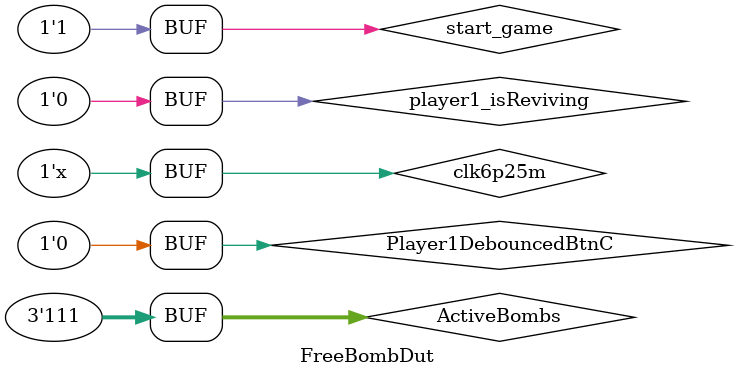
<source format=v>
`timescale 1ns / 1ps


module FreeBombDut();
    parameter[6:0] Maxbombcount = 3;
    reg clk6p25m;
    reg [Maxbombcount-1 : 0]ActiveBombs;
    reg Player1DebouncedBtnC;
    reg start_game;
    reg player1_isReviving;
    reg [7:0] FreeBomb = 99;
    reg edge_registered = 0;

    initial begin
        clk6p25m = 0;
        player1_isReviving = 0;
        start_game = 1;
        Player1DebouncedBtnC = 0;
        ActiveBombs = 0;
        #1000;
        #1000; Player1DebouncedBtnC = 1; ActiveBombs = 3'b100; #50_000_000; Player1DebouncedBtnC = 0; #1000;
        #1000; Player1DebouncedBtnC = 1; ActiveBombs = 3'b110;#50_000_000; Player1DebouncedBtnC = 0; #1000;
        #1000; Player1DebouncedBtnC = 1; ActiveBombs = 3'b111;#50_000_000; Player1DebouncedBtnC = 0; 
        #1_000_000_000; ActiveBombs = 3'b011; 
        #1000; Player1DebouncedBtnC = 1; ActiveBombs = 3'b111;#50_000_000; Player1DebouncedBtnC = 0; #1000; 
    end
    
    always begin
        #80; clk6p25m = ~clk6p25m; 
    end
    genvar j;
    
    integer k;
    reg next_clock = 0;
    reg init = 1;
    reg reassign = 1;
    reg[1:0] triggered_player = 0;
    //i think can only assign once every 200ms sia
    always @(posedge clk6p25m)
    begin
        if(Player1DebouncedBtnC == 1 & ~player1_isReviving & start_game & ~edge_registered)
        begin
            edge_registered <= 1;
            triggered_player <= 0;
        end
        else begin
            edge_registered <= 0;
            if(~edge_registered & reassign)
            begin
                
                FreeBomb <= 99;
                                            
                for(k = 0 ; k < Maxbombcount ; k = k+1)
                begin
                    if(ActiveBombs[k] == 0 & (k != FreeBomb))
                    begin
                        FreeBomb <= k;
                        reassign <= 0;
                    end
                end
            end
            next_clock <= 1;
        end
        //maybe last 2 bombs cannot use cause of smt in this logics
        if((~reassign & ~init & next_clock & FreeBomb == 99) | (~reassign & ActiveBombs[FreeBomb] == 1))
        begin
            reassign <= 1;
            next_clock <= 0;
        end
        else if(init)
        begin
            init <= 0;
        end
    end
endmodule
</source>
